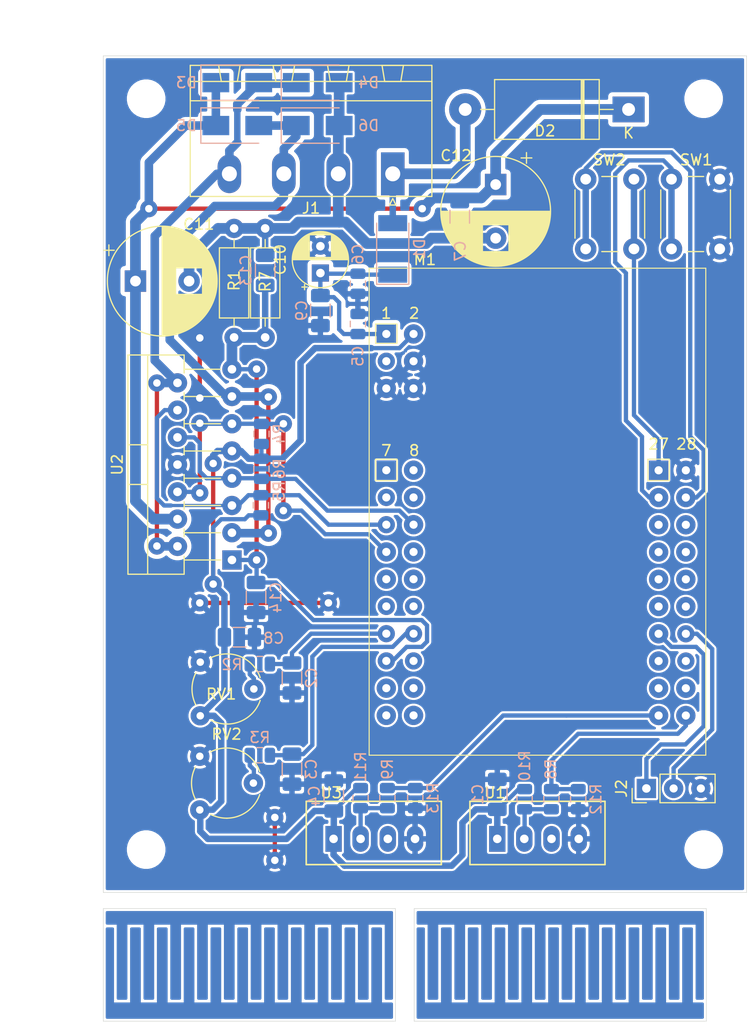
<source format=kicad_pcb>
(kicad_pcb (version 20171130) (host pcbnew "(5.1.2)-1")
  (layers (0 F.Cu signal) (31 B.Cu signal) (34 B.Paste user hide) (35 F.Paste user hide) (36 B.SilkS user hide) (37 F.SilkS user hide) (38 B.Mask user hide) (39 F.Mask user) (44 Edge.Cuts user))
  (net 0 "")
  (net 1 +5V)
  (net 2 /DHT1)
  (net 3 GND)
  (net 4 "Net-(M1-Pad15)")
  (net 5 "Net-(M1-Pad14)")
  (net 6 "Net-(M1-Pad16)")
  (net 7 "Net-(M1-Pad24)")
  (net 8 "Net-(M1-Pad23)")
  (net 9 "Net-(M1-Pad26)")
  (net 10 "Net-(M1-Pad25)")
  (net 11 "Net-(M1-Pad22)")
  (net 12 "Net-(M1-Pad18)")
  (net 13 "Net-(M1-Pad17)")
  (net 14 "Net-(M1-Pad10)")
  (net 15 "Net-(M1-Pad7)")
  (net 16 "Net-(M1-Pad8)")
  (net 17 "Net-(M1-Pad9)")
  (net 18 "Net-(M1-Pad32)")
  (net 19 "Net-(M1-Pad31)")
  (net 20 "Net-(M1-Pad33)")
  (net 21 "Net-(M1-Pad34)")
  (net 22 "Net-(M1-Pad44)")
  (net 23 "Net-(M1-Pad41)")
  (net 24 "Net-(M1-Pad42)")
  (net 25 "Net-(M1-Pad43)")
  (net 26 "Net-(M1-Pad37)")
  (net 27 "Net-(M1-Pad35)")
  (net 28 "Net-(M1-Pad38)")
  (net 29 "Net-(M1-Pad36)")
  (net 30 /12VDC)
  (net 31 "Net-(M1-Pad3)")
  (net 32 /MOTA)
  (net 33 /MOTB)
  (net 34 /DHT2)
  (net 35 /AD1)
  (net 36 /AD2)
  (net 37 /12V1)
  (net 38 "Net-(D1-Pad2)")
  (net 39 "Net-(R2-Pad2)")
  (net 40 "Net-(R3-Pad2)")
  (net 41 /ADC)
  (net 42 /GND1)
  (net 43 /L298_ENA)
  (net 44 /L298_IN1)
  (net 45 /L298_IN2)
  (net 46 "Net-(R10-Pad1)")
  (net 47 "Net-(R11-Pad1)")
  (net 48 /3VDC)
  (net 49 /BOOT)
  (net 50 /~RST)
  (net 51 /UART_TX)
  (net 52 /UART_RX)
  (module Connector_Wire:SolderWirePad_1x01_Drill0.8mm (layer F.Cu) (at 126.25 130.25)
    (fp_text reference REF** hide)
    (fp_text value SolderWirePad_1x01_Drill0.8mm hide)
    (pad 1 smd rect (at 0 0) (size 0.5 0.5) (layers B.Cu) (net 3 GND))
  )
  (module Connector_Wire:SolderWirePad_1x01_Drill0.8mm (layer F.Cu) (at 126.75 138.75)
    (fp_text reference REF** hide)
    (fp_text value SolderWirePad_1x01_Drill0.8mm hide)
    (pad 1 smd rect (at 0 0) (size 0.5 0.5) (layers B.Cu) (net 3 GND))
  )
  (module Capacitor_SMD:C_0805_2012Metric (layer B.Cu) (at 94.75 71.25 270)
    (fp_text reference C6 (at -2.75 0 270) (layer B.SilkS) (effects (justify mirror)))
    (fp_text value 0.1)
    (pad 2 smd roundrect (at 0.9375 0 270) (size 0.975 1.4) (layers B.Cu B.Paste B.Mask) (net 3 GND))
    (pad 1 smd roundrect (at -0.9375 0 270) (size 0.975 1.4) (layers B.Cu B.Paste B.Mask) (net 37 /12V1))
  )
  (module Capacitor_SMD:C_0805_2012Metric (layer B.Cu) (at 94.75 75 90)
    (fp_text reference C5 (at -3 0 90) (layer B.SilkS) (effects (justify mirror)))
    (fp_text value 0.1)
    (pad 2 smd roundrect (at 0.9375 0 90) (size 0.975 1.4) (layers B.Cu B.Paste B.Mask) (net 3 GND))
    (pad 1 smd roundrect (at -0.9375 0 90) (size 0.975 1.4) (layers B.Cu B.Paste B.Mask) (net 37 /12V1))
  )
  (module Diode_SMD:D_MELF (layer B.Cu) (at 98 68 90)
    (fp_text reference D1 (at 0 2.5 90) (layer B.SilkS) (effects (justify mirror)))
    (fp_text value D)
    (pad 1 smd rect (at -2.4 0 90) (size 1.5 2.7) (layers B.Cu B.Paste B.Mask) (net 37 /12V1))
    (pad 2 smd rect (at 2.4 0 90) (size 1.5 2.7) (layers B.Cu B.Paste B.Mask) (net 38 "Net-(D1-Pad2)"))
  )
  (module Connector_Wire:SolderWirePad_1x01_Drill0.8mm (layer F.Cu) (at 97.75 130.5)
    (fp_text reference REF** hide)
    (fp_text value SolderWirePad_1x01_Drill0.8mm hide)
    (pad 1 smd rect (at 0 0) (size 0.5 0.5) (layers B.Cu) (net 3 GND))
  )
  (module Connector_Wire:SolderWirePad_1x01_Drill0.8mm (layer F.Cu) (at 97.75 138.75)
    (fp_text reference REF** hide)
    (fp_text value SolderWirePad_1x01_Drill0.8mm hide)
    (pad 1 smd rect (at 0 0) (size 0.5 0.5) (layers B.Cu) (net 3 GND))
  )
  (module Connector_Wire:SolderWirePad_1x01_Drill0.8mm (layer F.Cu) (at 80 76.3)
    (fp_text reference REF** hide)
    (fp_text value SolderWirePad_1x01_Drill0.8mm hide)
    (pad 1 thru_hole circle (at 0 0) (size 1.6 1.6) (drill 0.7) (layers *.Cu *.Mask) (net 3 GND))
  )
  (module Connector_Wire:SolderWirePad_1x01_Drill0.8mm (layer F.Cu) (at 80 81.9)
    (fp_text reference REF** hide)
    (fp_text value SolderWirePad_1x01_Drill0.8mm hide)
    (pad 1 thru_hole circle (at 0 0) (size 1.6 1.6) (drill 0.7) (layers *.Cu *.Mask) (net 3 GND))
  )
  (module Connector_Wire:SolderWirePad_1x01_Drill0.8mm (layer F.Cu) (at 87 121)
    (fp_text reference REF** hide)
    (fp_text value SolderWirePad_1x01_Drill0.8mm hide)
    (pad 1 thru_hole circle (at 0 0) (size 1.6 1.6) (drill 0.7) (layers *.Cu *.Mask) (net 3 GND))
  )
  (module Connector_Wire:SolderWirePad_1x01_Drill0.8mm (layer F.Cu) (at 87 125)
    (fp_text reference REF** hide)
    (fp_text value SolderWirePad_1x01_Drill0.8mm hide)
    (pad 1 thru_hole circle (at 0 0) (size 1.6 1.6) (drill 0.7) (layers *.Cu *.Mask) (net 3 GND))
  )
  (module Connector_Wire:SolderWirePad_1x01_Drill0.8mm (layer F.Cu) (at 92 101)
    (fp_text reference REF** hide)
    (fp_text value SolderWirePad_1x01_Drill0.8mm hide)
    (pad 1 thru_hole circle (at 0 0) (size 1.6 1.6) (drill 0.7) (layers *.Cu *.Mask) (net 3 GND))
  )
  (module MountingHole:MountingHole_3.2mm_M3 (layer F.Cu) (at 75 124)
    (fp_text reference REF** hide)
    (fp_text value MountingHole_3.2mm_M3 hide)
    (pad 1 np_thru_hole circle (at 0 0) (size 3.2 3.2) (drill 3.2) (layers *.Cu *.Mask))
  )
  (module MountingHole:MountingHole_3.2mm_M3 (layer F.Cu) (at 127 124)
    (fp_text reference REF** hide)
    (fp_text value MountingHole_3.2mm_M3 hide)
    (pad 1 np_thru_hole circle (at 0 0) (size 3.2 3.2) (drill 3.2) (layers *.Cu *.Mask))
  )
  (module MountingHole:MountingHole_3.2mm_M3 (layer F.Cu) (at 127 54)
    (fp_text reference REF** hide)
    (fp_text value MountingHole_3.2mm_M3 hide)
    (pad 1 np_thru_hole circle (at 0 0) (size 3.2 3.2) (drill 3.2) (layers *.Cu *.Mask))
  )
  (module dth11:DHT11 (layer F.Cu) (at 109 123)
    (fp_text reference U1 (at -1.47 -4.3) (layer F.SilkS))
    (fp_text value DHT11 hide)
    (pad 4 thru_hole oval (at 6.35 0) (size 1.524 2.4) (drill 0.8) (layers *.Cu *.Mask) (net 3 GND))
    (pad 3 thru_hole oval (at 3.81 0) (size 1.524 2.4) (drill 0.8) (layers *.Cu *.Mask))
    (pad 2 thru_hole oval (at 1.27 0) (size 1.524 2.4) (drill 0.8) (layers *.Cu *.Mask) (net 46 "Net-(R10-Pad1)"))
    (pad 1 thru_hole rect (at -1.25 0) (size 1.524 2.4) (drill 0.8) (layers *.Cu *.Mask) (net 1 +5V))
  )
  (module unicon:unicon (layer F.Cu) (at 96 115)
    (fp_text reference M1 (at 5 -46) (layer F.SilkS))
    (fp_text value UniCon)
    (fp_text user 1 (at 1.4 -41) (layer F.SilkS))
    (fp_text user 2 (at 4 -41) (layer F.SilkS))
    (fp_text user 7 (at 1.4 -28.2) (layer F.SilkS))
    (fp_text user 8 (at 4 -28.2) (layer F.SilkS))
    (fp_text user 27 (at 26.8 -28.8) (layer F.SilkS))
    (fp_text user 28 (at 29.4 -28.8) (layer F.SilkS))
    (pad 15 thru_hole circle (at 1.4 -16.21) (size 1.8 1.8) (drill 0.762) (layers *.Cu *.Mask) (net 4 "Net-(M1-Pad15)"))
    (pad 13 thru_hole circle (at 1.4 -18.75) (size 1.8 1.8) (drill 0.762) (layers *.Cu *.Mask) (net 43 /L298_ENA))
    (pad 14 thru_hole circle (at 3.94 -18.75) (size 1.8 1.8) (drill 0.762) (layers *.Cu *.Mask) (net 5 "Net-(M1-Pad14)"))
    (pad 16 thru_hole circle (at 3.94 -16.21) (size 1.8 1.8) (drill 0.762) (layers *.Cu *.Mask) (net 6 "Net-(M1-Pad16)"))
    (pad 24 thru_hole circle (at 3.94 -6.05) (size 1.8 1.8) (drill 0.762) (layers *.Cu *.Mask) (net 7 "Net-(M1-Pad24)"))
    (pad 23 thru_hole circle (at 1.4 -6.05) (size 1.8 1.8) (drill 0.762) (layers *.Cu *.Mask) (net 8 "Net-(M1-Pad23)"))
    (pad 26 thru_hole circle (at 3.94 -3.51) (size 1.8 1.8) (drill 0.762) (layers *.Cu *.Mask) (net 9 "Net-(M1-Pad26)"))
    (pad 25 thru_hole circle (at 1.4 -3.51) (size 1.8 1.8) (drill 0.762) (layers *.Cu *.Mask) (net 10 "Net-(M1-Pad25)"))
    (pad 20 thru_hole circle (at 3.94 -11.13) (size 1.6 1.6) (drill 0.762) (layers *.Cu *.Mask) (net 36 /AD2))
    (pad 22 thru_hole circle (at 3.94 -8.59) (size 1.6 1.6) (drill 0.762) (layers *.Cu *.Mask) (net 11 "Net-(M1-Pad22)"))
    (pad 21 thru_hole circle (at 1.4 -8.59) (size 1.6 1.6) (drill 0.762) (layers *.Cu *.Mask) (net 41 /ADC))
    (pad 19 thru_hole circle (at 1.4 -11.13) (size 1.6 1.6) (drill 0.762) (layers *.Cu *.Mask) (net 35 /AD1))
    (pad 18 thru_hole circle (at 3.94 -13.67) (size 1.6 1.6) (drill 0.762) (layers *.Cu *.Mask) (net 12 "Net-(M1-Pad18)"))
    (pad 17 thru_hole circle (at 1.4 -13.67) (size 1.6 1.6) (drill 0.762) (layers *.Cu *.Mask) (net 13 "Net-(M1-Pad17)"))
    (pad 10 thru_hole circle (at 3.94 -23.83) (size 1.8 1.8) (drill 0.762) (layers *.Cu *.Mask) (net 14 "Net-(M1-Pad10)"))
    (pad 11 thru_hole circle (at 1.4 -21.29) (size 1.6 1.6) (drill 0.762) (layers *.Cu *.Mask) (net 44 /L298_IN1))
    (pad 12 thru_hole circle (at 3.94 -21.29) (size 1.8 1.8) (drill 0.762) (layers *.Cu *.Mask) (net 45 /L298_IN2))
    (pad 7 thru_hole rect (at 1.4 -26.37) (size 1.8 1.8) (drill 0.762) (layers *.Cu *.Mask) (net 15 "Net-(M1-Pad7)"))
    (pad 8 thru_hole circle (at 3.94 -26.37) (size 1.8 1.8) (drill 0.762) (layers *.Cu *.Mask) (net 16 "Net-(M1-Pad8)"))
    (pad 9 thru_hole circle (at 1.4 -23.83) (size 1.6 1.6) (drill 0.762) (layers *.Cu *.Mask) (net 17 "Net-(M1-Pad9)"))
    (pad 32 thru_hole circle (at 29.34 -21.28) (size 1.8 1.8) (drill 0.762) (layers *.Cu *.Mask) (net 18 "Net-(M1-Pad32)"))
    (pad 31 thru_hole circle (at 26.8 -21.28) (size 1.8 1.8) (drill 0.762) (layers *.Cu *.Mask) (net 19 "Net-(M1-Pad31)"))
    (pad 27 thru_hole rect (at 26.8 -26.36) (size 1.8 1.8) (drill 0.762) (layers *.Cu *.Mask) (net 48 /3VDC))
    (pad 28 thru_hole circle (at 29.34 -26.36) (size 1.8 1.8) (drill 0.762) (layers *.Cu *.Mask) (net 3 GND))
    (pad 30 thru_hole circle (at 29.34 -23.82) (size 1.8 1.8) (drill 0.762) (layers *.Cu *.Mask) (net 49 /BOOT))
    (pad 29 thru_hole circle (at 26.8 -23.82) (size 1.8 1.8) (drill 0.762) (layers *.Cu *.Mask) (net 50 /~RST))
    (pad 33 thru_hole circle (at 26.8 -18.74) (size 1.8 1.8) (drill 0.762) (layers *.Cu *.Mask) (net 20 "Net-(M1-Pad33)"))
    (pad 34 thru_hole circle (at 29.34 -18.74) (size 1.8 1.8) (drill 0.762) (layers *.Cu *.Mask) (net 21 "Net-(M1-Pad34)"))
    (pad 44 thru_hole circle (at 29.34 -6.04) (size 1.8 1.8) (drill 0.762) (layers *.Cu *.Mask) (net 22 "Net-(M1-Pad44)"))
    (pad 41 thru_hole circle (at 26.8 -8.58) (size 1.8 1.8) (drill 0.762) (layers *.Cu *.Mask) (net 23 "Net-(M1-Pad41)"))
    (pad 42 thru_hole circle (at 29.34 -8.58) (size 1.6 1.6) (drill 0.762) (layers *.Cu *.Mask) (net 24 "Net-(M1-Pad42)"))
    (pad 43 thru_hole circle (at 26.8 -6.04) (size 1.8 1.8) (drill 0.762) (layers *.Cu *.Mask) (net 25 "Net-(M1-Pad43)"))
    (pad 45 thru_hole circle (at 26.8 -3.5) (size 1.8 1.8) (drill 0.762) (layers *.Cu *.Mask) (net 2 /DHT1))
    (pad 46 thru_hole circle (at 29.34 -3.5) (size 1.8 1.8) (drill 0.762) (layers *.Cu *.Mask) (net 34 /DHT2))
    (pad 39 thru_hole circle (at 26.8 -11.12) (size 1.8 1.8) (drill 0.762) (layers *.Cu *.Mask) (net 51 /UART_TX))
    (pad 37 thru_hole circle (at 26.8 -13.66) (size 1.8 1.8) (drill 0.762) (layers *.Cu *.Mask) (net 26 "Net-(M1-Pad37)"))
    (pad 35 thru_hole circle (at 26.8 -16.2) (size 1.8 1.8) (drill 0.762) (layers *.Cu *.Mask) (net 27 "Net-(M1-Pad35)"))
    (pad 38 thru_hole circle (at 29.34 -13.66) (size 1.8 1.8) (drill 0.762) (layers *.Cu *.Mask) (net 28 "Net-(M1-Pad38)"))
    (pad 36 thru_hole circle (at 29.34 -16.2) (size 1.8 1.8) (drill 0.762) (layers *.Cu *.Mask) (net 29 "Net-(M1-Pad36)"))
    (pad 40 thru_hole circle (at 29.34 -11.12) (size 1.6 1.6) (drill 0.762) (layers *.Cu *.Mask) (net 52 /UART_RX))
    (pad 1 thru_hole rect (at 1.4 -39.07) (size 1.8 1.8) (drill 0.762) (layers *.Cu *.Mask) (net 37 /12V1))
    (pad 6 thru_hole circle (at 3.94 -33.99) (size 1.8 1.8) (drill 0.762) (layers *.Cu *.Mask) (net 3 GND))
    (pad 5 thru_hole circle (at 1.4 -33.99) (size 1.8 1.8) (drill 0.762) (layers *.Cu *.Mask) (net 3 GND))
    (pad 3 thru_hole circle (at 1.4 -36.53) (size 1.6 1.6) (drill 0.762) (layers *.Cu *.Mask) (net 31 "Net-(M1-Pad3)"))
    (pad 2 thru_hole circle (at 3.94 -39.07) (size 1.8 1.8) (drill 0.762) (layers *.Cu *.Mask) (net 1 +5V))
    (pad 4 thru_hole circle (at 3.94 -36.53) (size 1.8 1.8) (drill 0.762) (layers *.Cu *.Mask) (net 3 GND))
  )
  (module Package_TO_SOT_THT:TO-220-15_P2.54x2.54mm_StaggerOdd_Lead4.58mm_Vertical (layer F.Cu) (at 83 97 90)
    (fp_text reference U2 (at 8.89 -10.7 90) (layer F.SilkS))
    (fp_text value L298HN)
    (pad 1 thru_hole rect (at 0 0 90) (size 1.8 1.8) (drill 0.8) (layers *.Cu *.Mask) (net 41 /ADC))
    (pad 2 thru_hole circle (at 1.27 -5.08 90) (size 1.8 1.8) (drill 0.8) (layers *.Cu *.Mask) (net 32 /MOTA))
    (pad 3 thru_hole circle (at 2.54 0 90) (size 1.8 1.8) (drill 0.8) (layers *.Cu *.Mask) (net 33 /MOTB))
    (pad 4 thru_hole circle (at 3.81 -5.08 90) (size 1.8 1.8) (drill 0.8) (layers *.Cu *.Mask) (net 30 /12VDC))
    (pad 5 thru_hole circle (at 5.08 0 90) (size 1.8 1.8) (drill 0.8) (layers *.Cu *.Mask) (net 44 /L298_IN1))
    (pad 6 thru_hole circle (at 6.35 -5.08 90) (size 1.8 1.8) (drill 0.8) (layers *.Cu *.Mask) (net 43 /L298_ENA))
    (pad 7 thru_hole circle (at 7.62 0 90) (size 1.8 1.8) (drill 0.8) (layers *.Cu *.Mask) (net 45 /L298_IN2))
    (pad 8 thru_hole circle (at 8.89 -5.08 90) (size 1.8 1.8) (drill 0.8) (layers *.Cu *.Mask) (net 3 GND))
    (pad 9 thru_hole circle (at 10.16 0 90) (size 1.8 1.8) (drill 0.8) (layers *.Cu *.Mask) (net 1 +5V))
    (pad 10 thru_hole circle (at 11.43 -5.08 90) (size 1.8 1.8) (drill 0.8) (layers *.Cu *.Mask) (net 45 /L298_IN2))
    (pad 11 thru_hole circle (at 12.7 0 90) (size 1.8 1.8) (drill 0.8) (layers *.Cu *.Mask) (net 43 /L298_ENA))
    (pad 12 thru_hole circle (at 13.97 -5.08 90) (size 1.8 1.8) (drill 0.8) (layers *.Cu *.Mask) (net 44 /L298_IN1))
    (pad 13 thru_hole circle (at 15.24 0 90) (size 1.8 1.8) (drill 0.8) (layers *.Cu *.Mask) (net 33 /MOTB))
    (pad 14 thru_hole circle (at 16.51 -5.08 90) (size 1.8 1.8) (drill 0.8) (layers *.Cu *.Mask) (net 32 /MOTA))
    (pad 15 thru_hole circle (at 17.78 0 90) (size 1.8 1.8) (drill 0.8) (layers *.Cu *.Mask) (net 41 /ADC))
  )
  (module dth11:DHT11 (layer F.Cu) (at 93.73 123)
    (fp_text reference U3 (at -1.47 -4.3) (layer F.SilkS))
    (fp_text value DHT11 hide)
    (pad 1 thru_hole rect (at -1.25 0) (size 1.524 2.4) (drill 0.8) (layers *.Cu *.Mask) (net 1 +5V))
    (pad 2 thru_hole oval (at 1.27 0) (size 1.524 2.4) (drill 0.8) (layers *.Cu *.Mask) (net 47 "Net-(R11-Pad1)"))
    (pad 3 thru_hole oval (at 3.81 0) (size 1.524 2.4) (drill 0.8) (layers *.Cu *.Mask))
    (pad 4 thru_hole oval (at 6.35 0) (size 1.524 2.4) (drill 0.8) (layers *.Cu *.Mask) (net 3 GND))
  )
  (module Capacitor_SMD:C_1206_3216Metric (layer B.Cu) (at 107.75 118.85 270)
    (fp_text reference C1 (at 0 1.82 270) (layer B.SilkS) (effects (justify mirror)))
    (fp_text value 0.1)
    (pad 2 smd roundrect (at 1.4 0 270) (size 1.25 1.75) (layers B.Cu B.Paste B.Mask) (roundrect_rratio 0.2) (net 1 +5V))
    (pad 1 smd roundrect (at -1.4 0 270) (size 1.25 1.75) (layers B.Cu B.Paste B.Mask) (roundrect_rratio 0.2) (net 3 GND))
  )
  (module Capacitor_SMD:C_1206_3216Metric (layer B.Cu) (at 88.6 108 90)
    (fp_text reference C2 (at 0 1.82 90) (layer B.SilkS) (effects (justify mirror)))
    (fp_text value 0.1)
    (pad 2 smd roundrect (at 1.4 0 90) (size 1.25 1.75) (layers B.Cu B.Paste B.Mask) (roundrect_rratio 0.2) (net 35 /AD1))
    (pad 1 smd roundrect (at -1.4 0 90) (size 1.25 1.75) (layers B.Cu B.Paste B.Mask) (roundrect_rratio 0.2) (net 3 GND))
  )
  (module Capacitor_SMD:C_1206_3216Metric (layer B.Cu) (at 88.6 116.5 90)
    (fp_text reference C3 (at 0 1.8 90) (layer B.SilkS) (effects (justify mirror)))
    (fp_text value 0.1)
    (pad 1 smd roundrect (at -1.4 0 90) (size 1.25 1.75) (layers B.Cu B.Paste B.Mask) (roundrect_rratio 0.2) (net 3 GND))
    (pad 2 smd roundrect (at 1.4 0 90) (size 1.25 1.75) (layers B.Cu B.Paste B.Mask) (roundrect_rratio 0.2) (net 36 /AD2))
  )
  (module Capacitor_SMD:C_1206_3216Metric (layer B.Cu) (at 92.5 119 270)
    (fp_text reference C4 (at 0 1.82 270) (layer B.SilkS) (effects (justify mirror)))
    (fp_text value 0.1)
    (pad 1 smd roundrect (at -1.4 0 270) (size 1.25 1.75) (layers B.Cu B.Paste B.Mask) (roundrect_rratio 0.2) (net 3 GND))
    (pad 2 smd roundrect (at 1.4 0 270) (size 1.25 1.75) (layers B.Cu B.Paste B.Mask) (roundrect_rratio 0.2) (net 1 +5V))
  )
  (module Capacitor_SMD:C_1206_3216Metric (layer B.Cu) (at 104.25 65 270)
    (fp_text reference C7 (at 3.2 -0.05 270) (layer B.SilkS) (effects (justify mirror)))
    (fp_text value 1.0)
    (pad 1 smd roundrect (at -1.4 0 270) (size 1.25 1.75) (layers B.Cu B.Paste B.Mask) (roundrect_rratio 0.2) (net 30 /12VDC))
    (pad 2 smd roundrect (at 1.4 0 270) (size 1.25 1.75) (layers B.Cu B.Paste B.Mask) (roundrect_rratio 0.2) (net 42 /GND1))
  )
  (module Capacitor_SMD:C_1206_3216Metric (layer B.Cu) (at 83.7 104.2)
    (fp_text reference C8 (at 3.2 0.1) (layer B.SilkS) (effects (justify mirror)))
    (fp_text value 0.1)
    (pad 2 smd roundrect (at 1.4 0) (size 1.25 1.75) (layers B.Cu B.Paste B.Mask) (roundrect_rratio 0.2) (net 3 GND))
    (pad 1 smd roundrect (at -1.4 0) (size 1.25 1.75) (layers B.Cu B.Paste B.Mask) (roundrect_rratio 0.2) (net 1 +5V))
  )
  (module Capacitor_SMD:C_1206_3216Metric (layer B.Cu) (at 91.25 73.75 270)
    (fp_text reference C9 (at 0 1.75 270) (layer B.SilkS) (effects (justify mirror)))
    (fp_text value 1.0)
    (pad 1 smd roundrect (at -1.4 0 270) (size 1.25 1.75) (layers B.Cu B.Paste B.Mask) (roundrect_rratio 0.2) (net 37 /12V1))
    (pad 2 smd roundrect (at 1.4 0 270) (size 1.25 1.75) (layers B.Cu B.Paste B.Mask) (roundrect_rratio 0.2) (net 3 GND))
  )
  (module Capacitor_THT:CP_Radial_D5.0mm_P2.50mm (layer F.Cu) (at 91.25 70.25 90)
    (fp_text reference C10 (at 1.25 -3.75 90) (layer F.SilkS))
    (fp_text value CP hide)
    (pad 1 thru_hole rect (at 0 0 90) (size 1.6 1.6) (drill 0.8) (layers *.Cu *.Mask) (net 37 /12V1))
    (pad 2 thru_hole circle (at 2.5 0 90) (size 1.6 1.6) (drill 0.8) (layers *.Cu *.Mask) (net 3 GND))
  )
  (module Diode_THT:D_DO-27_P15.24mm_Horizontal (layer F.Cu) (at 120 55 180)
    (fp_text reference D2 (at 7.8 -2 180) (layer F.SilkS))
    (fp_text value D hide)
    (fp_text user K (at 0 -2.2 180) (layer F.SilkS))
    (pad 1 thru_hole rect (at 0 0 180) (size 3 2.4) (drill 1.2) (layers *.Cu *.Mask) (net 30 /12VDC))
    (pad 2 thru_hole circle (at 15.24 0 180) (size 3 3) (drill 1.2) (layers *.Cu *.Mask) (net 38 "Net-(D1-Pad2)"))
  )
  (module Resistor_SMD:R_0805_2012Metric (layer B.Cu) (at 85.6 106.7 180)
    (fp_text reference R2 (at 2.6 -0.05 180) (layer B.SilkS) (effects (justify mirror)))
    (fp_text value 10k)
    (pad 2 smd roundrect (at 0.9375 0 180) (size 0.975 1.4) (layers B.Cu B.Paste B.Mask) (net 39 "Net-(R2-Pad2)"))
    (pad 1 smd roundrect (at -0.9375 0 180) (size 0.975 1.4) (layers B.Cu B.Paste B.Mask) (net 35 /AD1))
  )
  (module Resistor_SMD:R_0805_2012Metric (layer B.Cu) (at 85.6 115.2 180)
    (fp_text reference R3 (at 0 1.65 180) (layer B.SilkS) (effects (justify mirror)))
    (fp_text value 10k)
    (pad 1 smd roundrect (at -0.9375 0 180) (size 0.975 1.4) (layers B.Cu B.Paste B.Mask) (net 36 /AD2))
    (pad 2 smd roundrect (at 0.9375 0 180) (size 0.975 1.4) (layers B.Cu B.Paste B.Mask) (net 40 "Net-(R3-Pad2)"))
  )
  (module Resistor_SMD:R_0805_2012Metric (layer B.Cu) (at 85.75 85.25 90)
    (fp_text reference R4 (at 0 1.65 90) (layer B.SilkS) (effects (justify mirror)))
    (fp_text value 10k)
    (pad 1 smd roundrect (at -0.9375 0 90) (size 0.975 1.4) (layers B.Cu B.Paste B.Mask) (net 1 +5V))
    (pad 2 smd roundrect (at 0.9375 0 90) (size 0.975 1.4) (layers B.Cu B.Paste B.Mask) (net 43 /L298_ENA))
  )
  (module Resistor_SMD:R_0805_2012Metric (layer B.Cu) (at 85.7 91.9 90)
    (fp_text reference R5 (at 1.3 1.7 90) (layer B.SilkS) (effects (justify mirror)))
    (fp_text value 10k)
    (pad 2 smd roundrect (at 0.9375 0 90) (size 0.975 1.4) (layers B.Cu B.Paste B.Mask) (net 44 /L298_IN1))
    (pad 1 smd roundrect (at -0.9375 0 90) (size 0.975 1.4) (layers B.Cu B.Paste B.Mask) (net 1 +5V))
  )
  (module Resistor_SMD:R_0805_2012Metric (layer B.Cu) (at 85.75 88.5 270)
    (fp_text reference R6 (at 0 -1.65 270) (layer B.SilkS) (effects (justify mirror)))
    (fp_text value 10k)
    (pad 1 smd roundrect (at -0.9375 0 270) (size 0.975 1.4) (layers B.Cu B.Paste B.Mask) (net 1 +5V))
    (pad 2 smd roundrect (at 0.9375 0 270) (size 0.975 1.4) (layers B.Cu B.Paste B.Mask) (net 45 /L298_IN2))
  )
  (module Capacitor_THT:CP_Radial_D10.0mm_P5.00mm (layer F.Cu) (at 74 71)
    (fp_text reference C11 (at 5.9 -5.3 180) (layer F.SilkS))
    (fp_text value 1000x16V hide)
    (pad 2 thru_hole circle (at 5 0) (size 2 2) (drill 1) (layers *.Cu *.Mask) (net 42 /GND1))
    (pad 1 thru_hole rect (at 0 0) (size 2 2) (drill 1) (layers *.Cu *.Mask) (net 30 /12VDC))
  )
  (module Capacitor_THT:CP_Radial_D10.0mm_P5.00mm (layer F.Cu) (at 107.6 62 270)
    (fp_text reference C12 (at -2.7 3.7) (layer F.SilkS))
    (fp_text value 1000x16V hide)
    (pad 1 thru_hole rect (at 0 0 270) (size 2 2) (drill 1) (layers *.Cu *.Mask) (net 30 /12VDC))
    (pad 2 thru_hole circle (at 5 0 270) (size 2 2) (drill 1) (layers *.Cu *.Mask) (net 42 /GND1))
  )
  (module Potentiometer_THT:Potentiometer_Piher_PT-6-V_Vertical (layer F.Cu) (at 80.045001 111.525001)
    (fp_text reference RV1 (at 1.954999 -2.025001) (layer F.SilkS))
    (fp_text value 5k hide)
    (pad 1 thru_hole circle (at 0 0) (size 1.8 1.8) (drill 0.7) (layers *.Cu *.Mask) (net 1 +5V))
    (pad 2 thru_hole circle (at 5 -2.5) (size 1.8 1.8) (drill 0.7) (layers *.Cu *.Mask) (net 39 "Net-(R2-Pad2)"))
    (pad 3 thru_hole circle (at 0 -5) (size 1.8 1.8) (drill 0.7) (layers *.Cu *.Mask) (net 3 GND))
  )
  (module Capacitor_SMD:C_1206_3216Metric (layer B.Cu) (at 86.1 70 90)
    (fp_text reference C13 (at 0 -1.8 90) (layer B.SilkS) (effects (justify mirror)))
    (fp_text value 0.1)
    (pad 1 smd roundrect (at -1.4 0 90) (size 1.25 1.75) (layers B.Cu B.Paste B.Mask) (roundrect_rratio 0.2) (net 41 /ADC))
    (pad 2 smd roundrect (at 1.4 0 90) (size 1.25 1.75) (layers B.Cu B.Paste B.Mask) (roundrect_rratio 0.2) (net 42 /GND1))
  )
  (module Connector_Phoenix_MSTB:PhoenixContact_MSTBA_2,5_4-G-5,08_1x04_P5.08mm_Horizontal (layer F.Cu) (at 98 61 180)
    (fp_text reference J1 (at 7.62 -3.2 180) (layer F.SilkS))
    (fp_text value POWER)
    (pad 1 thru_hole rect (at 0 0 180) (size 2.2 4) (drill 1.4) (layers *.Cu *.Mask) (net 38 "Net-(D1-Pad2)"))
    (pad 2 thru_hole oval (at 5.08 0 180) (size 2.2 4) (drill 1.4) (layers *.Cu *.Mask) (net 42 /GND1))
    (pad 3 thru_hole oval (at 10.16 0 180) (size 2.2 4) (drill 1.4) (layers *.Cu *.Mask) (net 33 /MOTB))
    (pad 4 thru_hole oval (at 15.24 0 180) (size 2.2 3.6) (drill 1.4) (layers *.Cu *.Mask) (net 32 /MOTA))
  )
  (module Resistor_THT:R_Axial_DIN0207_L6.3mm_D2.5mm_P10.16mm_Horizontal (layer F.Cu) (at 83.2 76.25 90)
    (fp_text reference R1 (at 5.3 0 90) (layer F.SilkS))
    (fp_text value 1R0 hide)
    (pad 1 thru_hole circle (at 0 0 90) (size 1.8 1.8) (drill 0.8) (layers *.Cu *.Mask) (net 41 /ADC))
    (pad 2 thru_hole circle (at 10.16 0 90) (size 1.8 1.8) (drill 0.8) (layers *.Cu *.Mask) (net 42 /GND1))
  )
  (module Resistor_THT:R_Axial_DIN0207_L6.3mm_D2.5mm_P10.16mm_Horizontal (layer F.Cu) (at 86.1 76.25 90)
    (fp_text reference R7 (at 5.2 0 90) (layer F.SilkS))
    (fp_text value 1R0 hide)
    (pad 2 thru_hole circle (at 10.16 0 90) (size 1.8 1.8) (drill 0.8) (layers *.Cu *.Mask) (net 42 /GND1))
    (pad 1 thru_hole circle (at 0 0 90) (size 1.8 1.8) (drill 0.8) (layers *.Cu *.Mask) (net 41 /ADC))
  )
  (module Capacitor_SMD:C_1206_3216Metric (layer B.Cu) (at 85.25 100.5 270)
    (fp_text reference C14 (at 0 -1.85 270) (layer B.SilkS) (effects (justify mirror)))
    (fp_text value 0.1)
    (pad 1 smd roundrect (at -1.4 0 270) (size 1.25 1.75) (layers B.Cu B.Paste B.Mask) (roundrect_rratio 0.2) (net 41 /ADC))
    (pad 2 smd roundrect (at 1.4 0 270) (size 1.25 1.75) (layers B.Cu B.Paste B.Mask) (roundrect_rratio 0.2) (net 3 GND))
  )
  (module MountingHole:MountingHole_3.2mm_M3 (layer F.Cu) (at 75 54)
    (fp_text reference REF** hide)
    (fp_text value MountingHole_3.2mm_M3 hide)
    (pad 1 np_thru_hole circle (at 0 0) (size 3.2 3.2) (drill 3.2) (layers *.Cu *.Mask))
  )
  (module Resistor_SMD:R_0805_2012Metric (layer B.Cu) (at 112.8 119.3 270)
    (fp_text reference R8 (at -2.8 0.05 270) (layer B.SilkS) (effects (justify mirror)))
    (fp_text value 47R)
    (pad 2 smd roundrect (at 0.9375 0 270) (size 0.975 1.4) (layers B.Cu B.Paste B.Mask) (net 46 "Net-(R10-Pad1)"))
    (pad 1 smd roundrect (at -0.9375 0 270) (size 0.975 1.4) (layers B.Cu B.Paste B.Mask) (net 34 /DHT2))
  )
  (module Resistor_SMD:R_0805_2012Metric (layer B.Cu) (at 97.5 119.2 270)
    (fp_text reference R9 (at -2.7 0 270) (layer B.SilkS) (effects (justify mirror)))
    (fp_text value 47R)
    (pad 1 smd roundrect (at -0.9375 0 270) (size 0.975 1.4) (layers B.Cu B.Paste B.Mask) (net 2 /DHT1))
    (pad 2 smd roundrect (at 0.9375 0 270) (size 0.975 1.4) (layers B.Cu B.Paste B.Mask) (net 47 "Net-(R11-Pad1)"))
  )
  (module Resistor_SMD:R_0805_2012Metric (layer B.Cu) (at 110.3 119.3 90)
    (fp_text reference R10 (at 3.1 0 90) (layer B.SilkS) (effects (justify mirror)))
    (fp_text value 4,7k)
    (pad 2 smd roundrect (at 0.9375 0 90) (size 0.975 1.4) (layers B.Cu B.Paste B.Mask) (net 1 +5V))
    (pad 1 smd roundrect (at -0.9375 0 90) (size 0.975 1.4) (layers B.Cu B.Paste B.Mask) (net 46 "Net-(R10-Pad1)"))
  )
  (module Resistor_SMD:R_0805_2012Metric (layer B.Cu) (at 95 119.2 90)
    (fp_text reference R11 (at 2.9 0 90) (layer B.SilkS) (effects (justify mirror)))
    (fp_text value 4,7k)
    (pad 1 smd roundrect (at -0.9375 0 90) (size 0.975 1.4) (layers B.Cu B.Paste B.Mask) (net 47 "Net-(R11-Pad1)"))
    (pad 2 smd roundrect (at 0.9375 0 90) (size 0.975 1.4) (layers B.Cu B.Paste B.Mask) (net 1 +5V))
  )
  (module Connector_Wire:SolderWirePad_1x01_Drill0.8mm (layer F.Cu) (at 80 101)
    (fp_text reference REF** hide)
    (fp_text value SolderWirePad_1x01_Drill0.8mm hide)
    (pad 1 thru_hole circle (at 0 0) (size 1.6 1.6) (drill 0.7) (layers *.Cu *.Mask) (net 3 GND))
  )
  (module Button_Switch_THT:SW_PUSH_6mm_H5mm (layer F.Cu) (at 124 68 90)
    (fp_text reference SW1 (at 8.3 2.3 180) (layer F.SilkS))
    (fp_text value RESET)
    (pad 1 thru_hole circle (at 6.5 0 180) (size 2 2) (drill 1) (layers *.Cu *.Mask) (net 50 /~RST))
    (pad 2 thru_hole circle (at 6.5 4.5 180) (size 2 2) (drill 1) (layers *.Cu *.Mask) (net 3 GND))
    (pad 1 thru_hole circle (at 0 0 180) (size 2 2) (drill 1) (layers *.Cu *.Mask) (net 50 /~RST))
    (pad 2 thru_hole circle (at 0 4.5 180) (size 2 2) (drill 1) (layers *.Cu *.Mask) (net 3 GND))
  )
  (module Button_Switch_THT:SW_PUSH_6mm_H5mm (layer F.Cu) (at 116 68 90)
    (fp_text reference SW2 (at 8.3 2.2) (layer F.SilkS))
    (fp_text value BOOT)
    (pad 2 thru_hole circle (at 0 4.5 180) (size 2 2) (drill 1) (layers *.Cu *.Mask) (net 48 /3VDC))
    (pad 1 thru_hole circle (at 0 0 180) (size 2 2) (drill 1) (layers *.Cu *.Mask) (net 49 /BOOT))
    (pad 2 thru_hole circle (at 6.5 4.5 180) (size 2 2) (drill 1) (layers *.Cu *.Mask) (net 48 /3VDC))
    (pad 1 thru_hole circle (at 6.5 0 180) (size 2 2) (drill 1) (layers *.Cu *.Mask) (net 49 /BOOT))
  )
  (module Connector_PinHeader_2.54mm:PinHeader_1x03_P2.54mm_Vertical (layer F.Cu) (at 121.66 118.3 90)
    (fp_text reference J2 (at 0 -2.33 90) (layer F.SilkS))
    (fp_text value UART)
    (pad 1 thru_hole rect (at 0 0 90) (size 1.8 1.8) (drill 0.8) (layers *.Cu *.Mask) (net 51 /UART_TX))
    (pad 2 thru_hole circle (at 0 2.54 90) (size 1.8 1.8) (drill 0.762) (layers *.Cu *.Mask) (net 52 /UART_RX))
    (pad 3 thru_hole circle (at 0 5.08 90) (size 1.8 1.8) (drill 0.762) (layers *.Cu *.Mask) (net 3 GND))
  )
  (module Potentiometer_THT:Potentiometer_Piher_PT-6-V_Vertical (layer F.Cu) (at 80 120.3)
    (fp_text reference RV2 (at 2.5 -7.06) (layer F.SilkS))
    (fp_text value 5k hide)
    (pad 3 thru_hole circle (at 0 -5) (size 1.8 1.8) (drill 0.7) (layers *.Cu *.Mask) (net 3 GND))
    (pad 2 thru_hole circle (at 5 -2.5) (size 1.8 1.8) (drill 0.7) (layers *.Cu *.Mask) (net 40 "Net-(R3-Pad2)"))
    (pad 1 thru_hole circle (at 0 0) (size 1.8 1.8) (drill 0.7) (layers *.Cu *.Mask) (net 1 +5V))
  )
  (module Diode_SMD:D_SMA (layer B.Cu) (at 83.5 52.5)
    (fp_text reference D3 (at -4.75 0) (layer B.SilkS) (effects (justify mirror)))
    (fp_text value D)
    (pad 2 smd rect (at 2 0) (size 2.5 1.8) (layers B.Cu B.Paste B.Mask) (net 32 /MOTA))
    (pad 1 smd rect (at -2 0) (size 2.5 1.8) (layers B.Cu B.Paste B.Mask) (net 30 /12VDC))
  )
  (module Diode_SMD:D_SMA (layer B.Cu) (at 91 52.5)
    (fp_text reference D4 (at 4.75 0) (layer B.SilkS) (effects (justify mirror)))
    (fp_text value D)
    (pad 1 smd rect (at -2 0) (size 2.5 1.8) (layers B.Cu B.Paste B.Mask) (net 32 /MOTA))
    (pad 2 smd rect (at 2 0) (size 2.5 1.8) (layers B.Cu B.Paste B.Mask) (net 42 /GND1))
  )
  (module Diode_SMD:D_SMA (layer B.Cu) (at 83.5 56.5)
    (fp_text reference D5 (at -4.75 0) (layer B.SilkS) (effects (justify mirror)))
    (fp_text value D)
    (pad 2 smd rect (at 2 0) (size 2.5 1.8) (layers B.Cu B.Paste B.Mask) (net 33 /MOTB))
    (pad 1 smd rect (at -2 0) (size 2.5 1.8) (layers B.Cu B.Paste B.Mask) (net 30 /12VDC))
  )
  (module Diode_SMD:D_SMA (layer B.Cu) (at 91 56.5)
    (fp_text reference D6 (at 4.75 0) (layer B.SilkS) (effects (justify mirror)))
    (fp_text value D)
    (pad 1 smd rect (at -2 0) (size 2.5 1.8) (layers B.Cu B.Paste B.Mask) (net 33 /MOTB))
    (pad 2 smd rect (at 2 0) (size 2.5 1.8) (layers B.Cu B.Paste B.Mask) (net 42 /GND1))
  )
  (module Resistor_SMD:R_0805_2012Metric (layer B.Cu) (at 115.3 119.3 90)
    (fp_text reference R12 (at 0 1.65 90) (layer B.SilkS) (effects (justify mirror)))
    (fp_text value 4,7k)
    (pad 1 smd roundrect (at -0.9375 0 90) (size 0.975 1.4) (layers B.Cu B.Paste B.Mask) (net 3 GND))
    (pad 2 smd roundrect (at 0.9375 0 90) (size 0.975 1.4) (layers B.Cu B.Paste B.Mask) (net 34 /DHT2))
  )
  (module Resistor_SMD:R_0805_2012Metric (layer B.Cu) (at 100.1 119.2 90)
    (fp_text reference R13 (at 0 1.65 90) (layer B.SilkS) (effects (justify mirror)))
    (fp_text value 4,7k)
    (pad 2 smd roundrect (at 0.9375 0 90) (size 0.975 1.4) (layers B.Cu B.Paste B.Mask) (net 2 /DHT1))
    (pad 1 smd roundrect (at -0.9375 0 90) (size 0.975 1.4) (layers B.Cu B.Paste B.Mask) (net 3 GND))
  )
  (gr_line (start 100 129.5) (end 127.25 129.5) (layer Edge.Cuts) (width 0.05))
  (gr_line (start 127.25 129.5) (end 127.25 140) (layer Edge.Cuts) (width 0.05))
  (gr_line (start 127.25 140) (end 100 140) (layer Edge.Cuts) (width 0.05))
  (gr_line (start 100 140) (end 100 129.5) (layer Edge.Cuts) (width 0.05))
  (gr_line (start 71 140) (end 71 129.5) (layer Edge.Cuts) (width 0.05))
  (gr_line (start 98.25 140) (end 71 140) (layer Edge.Cuts) (width 0.05))
  (gr_line (start 98.25 129.5) (end 98.25 140) (layer Edge.Cuts) (width 0.05))
  (gr_line (start 71 129.5) (end 98.25 129.5) (layer Edge.Cuts) (width 0.05))
  (gr_line (start 71 128) (end 71 50) (layer Edge.Cuts) (width 0.05))
  (gr_line (start 131 128) (end 71 128) (layer Edge.Cuts) (width 0.05))
  (gr_line (start 131 50) (end 131 128) (layer Edge.Cuts) (width 0.05))
  (gr_line (start 71 50) (end 131 50) (layer Edge.Cuts) (width 0.05))
  (segment (start 92.5 122.98) (end 92.48 123) (width 0.6) (layer B.Cu) (net 1))
  (segment (start 92.5 120.4) (end 92.5 122.98) (width 0.6) (layer B.Cu) (net 1))
  (segment (start 107.75 120.25) (end 107.75 123) (width 0.6) (layer B.Cu) (net 1))
  (segment (start 105.75 120.25) (end 107.75 120.25) (width 0.6) (layer B.Cu) (net 1))
  (segment (start 92.48 123) (end 92.48 124.48) (width 0.6) (layer B.Cu) (net 1))
  (segment (start 93.5 125.5) (end 103.5 125.5) (width 0.6) (layer B.Cu) (net 1))
  (segment (start 92.48 124.48) (end 93.5 125.5) (width 0.6) (layer B.Cu) (net 1))
  (segment (start 103.5 125.5) (end 104.5 124.5) (width 0.6) (layer B.Cu) (net 1))
  (segment (start 104.5 124.5) (end 104.5 121.5) (width 0.6) (layer B.Cu) (net 1))
  (segment (start 104.5 121.5) (end 105.75 120.25) (width 0.6) (layer B.Cu) (net 1))
  (segment (start 83 86.84) (end 83.84 86.84) (width 0.6) (layer B.Cu) (net 1))
  (segment (start 84.5625 87.5625) (end 85.75 87.5625) (width 0.6) (layer B.Cu) (net 1))
  (segment (start 83.84 86.84) (end 84.5625 87.5625) (width 0.6) (layer B.Cu) (net 1))
  (segment (start 85.75 86.1875) (end 85.75 87.5625) (width 0.4) (layer B.Cu) (net 1))
  (via (at 81.25 88) (size 1.6) (drill 0.7) (layers F.Cu B.Cu) (net 1))
  (via (at 81.25 99.25) (size 1.6) (drill 0.7) (layers F.Cu B.Cu) (net 1))
  (segment (start 81.25 88) (end 81.25 99.25) (width 0.4) (layer F.Cu) (net 1))
  (segment (start 81.25 87.25) (end 81.25 88) (width 0.6) (layer B.Cu) (net 1))
  (segment (start 83 86.84) (end 81.66 86.84) (width 0.6) (layer B.Cu) (net 1))
  (segment (start 81.66 86.84) (end 81.25 87.25) (width 0.6) (layer B.Cu) (net 1))
  (segment (start 98.62 77.25) (end 99.94 75.93) (width 0.4) (layer B.Cu) (net 1))
  (segment (start 96 77.25) (end 98.62 77.25) (width 0.4) (layer B.Cu) (net 1))
  (segment (start 84.5625 92.8375) (end 85.7 92.8375) (width 0.4) (layer B.Cu) (net 1))
  (segment (start 84.2 93.2) (end 84.5625 92.8375) (width 0.4) (layer B.Cu) (net 1))
  (segment (start 82 93.2) (end 84.2 93.2) (width 0.4) (layer B.Cu) (net 1))
  (segment (start 81.25 99.25) (end 81.25 93.95) (width 0.4) (layer B.Cu) (net 1))
  (segment (start 81.25 93.95) (end 82 93.2) (width 0.4) (layer B.Cu) (net 1))
  (segment (start 81.224999 120.275001) (end 80.045001 120.275001) (width 0.6) (layer B.Cu) (net 1))
  (segment (start 82 112.2) (end 82 119.5) (width 0.6) (layer B.Cu) (net 1))
  (segment (start 82 119.5) (end 81.224999 120.275001) (width 0.6) (layer B.Cu) (net 1))
  (segment (start 81.325001 111.525001) (end 82 112.2) (width 0.6) (layer B.Cu) (net 1))
  (segment (start 80.045001 111.525001) (end 81.325001 111.525001) (width 0.6) (layer B.Cu) (net 1))
  (segment (start 109.7375 118.3625) (end 110.3 118.3625) (width 0.4) (layer B.Cu) (net 1))
  (segment (start 107.75 120.25) (end 107.85 120.25) (width 0.4) (layer B.Cu) (net 1))
  (segment (start 107.85 120.25) (end 109.7375 118.3625) (width 0.4) (layer B.Cu) (net 1))
  (segment (start 94.6375 118.2625) (end 95 118.2625) (width 0.4) (layer B.Cu) (net 1))
  (segment (start 92.5 120.4) (end 94.6375 118.2625) (width 0.4) (layer B.Cu) (net 1))
  (segment (start 90.7 120.4) (end 92.5 120.4) (width 0.6) (layer B.Cu) (net 1))
  (segment (start 88.1 123) (end 90.7 120.4) (width 0.6) (layer B.Cu) (net 1))
  (segment (start 80.75 123) (end 88.1 123) (width 0.6) (layer B.Cu) (net 1))
  (segment (start 80.045001 120.275001) (end 80.045001 122.295001) (width 0.6) (layer B.Cu) (net 1))
  (segment (start 80.045001 122.295001) (end 80.75 123) (width 0.6) (layer B.Cu) (net 1))
  (segment (start 82.3 109.270002) (end 80.045001 111.525001) (width 0.6) (layer B.Cu) (net 1))
  (segment (start 82.3 104.2) (end 82.3 109.270002) (width 0.6) (layer B.Cu) (net 1))
  (segment (start 82.3 100.3) (end 82.3 104.2) (width 0.6) (layer B.Cu) (net 1))
  (segment (start 81.25 99.25) (end 82.3 100.3) (width 0.6) (layer B.Cu) (net 1))
  (segment (start 90.75 77.25) (end 96 77.25) (width 0.6) (layer B.Cu) (net 1))
  (segment (start 89.4 78.6) (end 90.75 77.25) (width 0.6) (layer B.Cu) (net 1))
  (segment (start 89.4 85.85) (end 89.4 78.6) (width 0.6) (layer B.Cu) (net 1))
  (segment (start 85.75 87.5625) (end 87.6875 87.5625) (width 0.6) (layer B.Cu) (net 1))
  (segment (start 87.6875 87.5625) (end 89.4 85.85) (width 0.6) (layer B.Cu) (net 1))
  (segment (start 114.2 111.5) (end 122.8 111.5) (width 0.4) (layer B.Cu) (net 2))
  (segment (start 108.3 111.5) (end 114.2 111.5) (width 0.4) (layer B.Cu) (net 2))
  (segment (start 97.5 118.2625) (end 101.5375 118.2625) (width 0.4) (layer B.Cu) (net 2))
  (segment (start 101.5375 118.2625) (end 108.3 111.5) (width 0.4) (layer B.Cu) (net 2))
  (segment (start 87 121) (end 87 125) (width 0.4) (layer F.Cu) (net 3))
  (segment (start 80 76.3) (end 80 81.9) (width 0.4) (layer F.Cu) (net 3))
  (segment (start 80 101) (end 92 101) (width 0.4) (layer F.Cu) (net 3))
  (via (at 100.75 64.25) (size 1.6) (drill 0.7) (layers F.Cu B.Cu) (net 30))
  (segment (start 75.25 64.25) (end 100.75 64.25) (width 0.4) (layer F.Cu) (net 30))
  (via (at 75.25 64.25) (size 1.6) (drill 0.7) (layers F.Cu B.Cu) (net 30))
  (segment (start 75.69 93.19) (end 77.92 93.19) (width 1) (layer B.Cu) (net 30))
  (segment (start 74 91.5) (end 75.69 93.19) (width 1) (layer B.Cu) (net 30))
  (segment (start 75.25 64.25) (end 74 65.5) (width 1) (layer B.Cu) (net 30))
  (segment (start 74 65.5) (end 74 91.5) (width 1) (layer B.Cu) (net 30))
  (segment (start 78.7 56.5) (end 81.5 56.5) (width 0.8) (layer B.Cu) (net 30))
  (segment (start 75.25 64.25) (end 75.25 59.95) (width 0.8) (layer B.Cu) (net 30))
  (segment (start 75.25 59.95) (end 78.7 56.5) (width 0.8) (layer B.Cu) (net 30))
  (segment (start 81.5 52.5) (end 81.5 56.5) (width 0.8) (layer B.Cu) (net 30))
  (segment (start 120 55) (end 114.5 55) (width 1) (layer B.Cu) (net 30))
  (segment (start 107.6 62) (end 107.6 59.15) (width 1) (layer B.Cu) (net 30))
  (segment (start 107.6 59.15) (end 111.75 55) (width 1) (layer B.Cu) (net 30))
  (segment (start 111.75 55) (end 114.5 55) (width 1) (layer B.Cu) (net 30))
  (segment (start 101.75 63.25) (end 100.75 64.25) (width 1) (layer B.Cu) (net 30))
  (segment (start 107.5 62) (end 106.25 63.25) (width 1) (layer B.Cu) (net 30))
  (segment (start 106.25 63.25) (end 101.75 63.25) (width 1) (layer B.Cu) (net 30))
  (via (at 76 95.7) (size 1.6) (drill 0.7) (layers F.Cu B.Cu) (net 32))
  (segment (start 76.03 95.73) (end 77.92 95.73) (width 0.8) (layer B.Cu) (net 32))
  (segment (start 76 95.7) (end 76.03 95.73) (width 0.8) (layer B.Cu) (net 32))
  (via (at 76 80.5) (size 1.6) (drill 0.7) (layers F.Cu B.Cu) (net 32))
  (segment (start 77.91 80.5) (end 77.92 80.49) (width 0.8) (layer B.Cu) (net 32))
  (segment (start 76 80.5) (end 77.91 80.5) (width 0.8) (layer B.Cu) (net 32))
  (segment (start 76 80.5) (end 76 95.7) (width 0.4) (layer F.Cu) (net 32))
  (segment (start 77.9 80.47) (end 77.92 80.49) (width 0.8) (layer B.Cu) (net 32))
  (segment (start 81.6 61) (end 82.76 61) (width 0.8) (layer B.Cu) (net 32))
  (segment (start 75.8 66.8) (end 81.6 61) (width 0.8) (layer B.Cu) (net 32))
  (segment (start 77.9 80.5) (end 75.8 78.4) (width 0.8) (layer B.Cu) (net 32))
  (segment (start 75.8 78.4) (end 75.8 66.8) (width 0.8) (layer B.Cu) (net 32))
  (segment (start 82.76 58.84) (end 83.5 58.1) (width 0.8) (layer B.Cu) (net 32))
  (segment (start 82.76 61) (end 82.76 58.84) (width 0.8) (layer B.Cu) (net 32))
  (segment (start 83.5 58) (end 83.5 55) (width 0.6) (layer B.Cu) (net 32))
  (segment (start 88.9 52.6) (end 89 52.5) (width 0.8) (layer B.Cu) (net 32))
  (segment (start 85 52.6) (end 88.9 52.6) (width 0.8) (layer B.Cu) (net 32))
  (segment (start 83.5 54.5) (end 85.5 52.5) (width 0.8) (layer B.Cu) (net 32))
  (segment (start 83.5 55) (end 83.5 54.5) (width 0.8) (layer B.Cu) (net 32))
  (via (at 86.4 81.8) (size 1.6) (drill 0.7) (layers F.Cu B.Cu) (net 33))
  (segment (start 83 81.76) (end 86.36 81.76) (width 0.8) (layer B.Cu) (net 33))
  (segment (start 86.36 81.76) (end 86.4 81.8) (width 0.8) (layer B.Cu) (net 33))
  (via (at 86.4 94.5) (size 1.6) (drill 0.7) (layers F.Cu B.Cu) (net 33))
  (segment (start 86.4 81.8) (end 86.4 94.5) (width 0.4) (layer F.Cu) (net 33))
  (segment (start 83.04 94.5) (end 83 94.46) (width 0.8) (layer B.Cu) (net 33))
  (segment (start 86.4 94.5) (end 83.04 94.5) (width 0.8) (layer B.Cu) (net 33))
  (segment (start 85.5 56.5) (end 89 56.5) (width 0.8) (layer B.Cu) (net 33))
  (segment (start 89 57.5) (end 89 56.5) (width 0.8) (layer B.Cu) (net 33))
  (segment (start 87.84 61) (end 87.84 58.66) (width 0.8) (layer B.Cu) (net 33))
  (segment (start 87.84 58.66) (end 89 57.5) (width 0.8) (layer B.Cu) (net 33))
  (segment (start 87.84 63.16) (end 87.84 61) (width 0.8) (layer B.Cu) (net 33))
  (segment (start 83 81.76) (end 82.46 81.76) (width 0.8) (layer B.Cu) (net 33))
  (segment (start 77.2 76.5) (end 77.2 68.2) (width 0.8) (layer B.Cu) (net 33))
  (segment (start 82.46 81.76) (end 77.2 76.5) (width 0.8) (layer B.Cu) (net 33))
  (segment (start 77.2 68.2) (end 81.4 64) (width 0.8) (layer B.Cu) (net 33))
  (segment (start 81.4 64) (end 87 64) (width 0.8) (layer B.Cu) (net 33))
  (segment (start 87 64) (end 87.84 63.16) (width 0.8) (layer B.Cu) (net 33))
  (segment (start 125.34 112.46) (end 125.34 111.5) (width 0.4) (layer B.Cu) (net 34))
  (segment (start 124.6 113.2) (end 125.34 112.46) (width 0.4) (layer B.Cu) (net 34))
  (segment (start 115.3 113.2) (end 124.6 113.2) (width 0.4) (layer B.Cu) (net 34))
  (segment (start 112.8 118.4) (end 112.8 115.7) (width 0.4) (layer B.Cu) (net 34))
  (segment (start 112.8 115.7) (end 115.3 113.2) (width 0.4) (layer B.Cu) (net 34))
  (segment (start 115.3 118.3625) (end 112.8 118.3625) (width 0.4) (layer B.Cu) (net 34))
  (segment (start 88.5 106.7) (end 88.6 106.6) (width 0.4) (layer B.Cu) (net 35))
  (segment (start 86.5375 106.7) (end 88.5 106.7) (width 0.4) (layer B.Cu) (net 35))
  (segment (start 90.38 103.87) (end 97.4 103.87) (width 0.4) (layer B.Cu) (net 35))
  (segment (start 88.6 106.8) (end 88.6 105.65) (width 0.4) (layer B.Cu) (net 35))
  (segment (start 88.6 105.65) (end 90.38 103.87) (width 0.4) (layer B.Cu) (net 35))
  (segment (start 88.45 115.2) (end 88.5 115.25) (width 0.4) (layer B.Cu) (net 36))
  (segment (start 86.5375 115.2) (end 88.45 115.2) (width 0.4) (layer B.Cu) (net 36))
  (segment (start 88.6 115.1) (end 89.65 115.1) (width 0.4) (layer B.Cu) (net 36))
  (segment (start 89.65 115.1) (end 90.5 114.25) (width 0.4) (layer B.Cu) (net 36))
  (segment (start 90.5 114.25) (end 90.5 106) (width 0.4) (layer B.Cu) (net 36))
  (segment (start 99.23 103.87) (end 99.94 103.87) (width 0.4) (layer B.Cu) (net 36))
  (segment (start 90.5 106) (end 91.4 105.1) (width 0.4) (layer B.Cu) (net 36))
  (segment (start 91.4 105.1) (end 98 105.1) (width 0.4) (layer B.Cu) (net 36))
  (segment (start 98 105.1) (end 99.23 103.87) (width 0.4) (layer B.Cu) (net 36))
  (segment (start 97.3925 75.9375) (end 97.4 75.93) (width 0.4) (layer B.Cu) (net 37))
  (segment (start 94.75 75.9375) (end 97.3925 75.9375) (width 0.4) (layer B.Cu) (net 37))
  (segment (start 94.8375 70.4) (end 94.75 70.3125) (width 0.4) (layer B.Cu) (net 37))
  (segment (start 98 70.4) (end 94.8375 70.4) (width 0.4) (layer B.Cu) (net 37))
  (segment (start 91.3125 70.3125) (end 91.25 70.25) (width 0.4) (layer B.Cu) (net 37))
  (segment (start 94.75 70.3125) (end 91.3125 70.3125) (width 0.4) (layer B.Cu) (net 37))
  (segment (start 93.4375 75.9375) (end 94.75 75.9375) (width 0.4) (layer B.Cu) (net 37))
  (segment (start 93 75.5) (end 93.4375 75.9375) (width 0.4) (layer B.Cu) (net 37))
  (segment (start 93 73) (end 93 75.5) (width 0.4) (layer B.Cu) (net 37))
  (segment (start 92.5 72.5) (end 93 73) (width 0.4) (layer B.Cu) (net 37))
  (segment (start 91.25 70.25) (end 91.25 72.5) (width 0.4) (layer B.Cu) (net 37))
  (segment (start 91.25 72.5) (end 92.5 72.5) (width 0.4) (layer B.Cu) (net 37))
  (segment (start 98 61) (end 98 65.6) (width 0.6) (layer B.Cu) (net 38))
  (segment (start 104.76 59.94) (end 104.76 55) (width 1) (layer B.Cu) (net 38))
  (segment (start 98 61) (end 103.7 61) (width 1) (layer B.Cu) (net 38))
  (segment (start 103.7 61) (end 104.76 59.94) (width 1) (layer B.Cu) (net 38))
  (segment (start 84.6625 106.7) (end 84.6625 107.6625) (width 0.4) (layer B.Cu) (net 39))
  (segment (start 85.045001 108.045001) (end 85.045001 109.025001) (width 0.4) (layer B.Cu) (net 39))
  (segment (start 84.6625 107.6625) (end 85.045001 108.045001) (width 0.4) (layer B.Cu) (net 39))
  (segment (start 84.6625 115.2) (end 84.6625 116.1625) (width 0.4) (layer B.Cu) (net 40))
  (segment (start 85.045001 116.545001) (end 85.045001 117.775001) (width 0.4) (layer B.Cu) (net 40))
  (segment (start 84.6625 116.1625) (end 85.045001 116.545001) (width 0.4) (layer B.Cu) (net 40))
  (via (at 85.3 79.2) (size 1.6) (drill 0.7) (layers F.Cu B.Cu) (net 41))
  (segment (start 83 79.22) (end 85.28 79.22) (width 0.4) (layer B.Cu) (net 41))
  (segment (start 85.28 79.22) (end 85.3 79.2) (width 0.4) (layer B.Cu) (net 41))
  (via (at 85.3 97) (size 1.6) (drill 0.7) (layers F.Cu B.Cu) (net 41))
  (segment (start 85.3 79.2) (end 85.3 97) (width 0.4) (layer F.Cu) (net 41))
  (segment (start 85.3 97) (end 83 97) (width 0.4) (layer B.Cu) (net 41))
  (segment (start 85.3 99.05) (end 85.25 99.1) (width 0.4) (layer B.Cu) (net 41))
  (segment (start 85.3 97) (end 85.3 99.05) (width 0.4) (layer B.Cu) (net 41))
  (segment (start 86.1 71.4) (end 86.1 76.25) (width 0.6) (layer B.Cu) (net 41))
  (segment (start 97.99 106.41) (end 97.4 106.41) (width 0.4) (layer B.Cu) (net 41))
  (segment (start 99.3 105.1) (end 97.99 106.41) (width 0.4) (layer B.Cu) (net 41))
  (segment (start 100.7 105.1) (end 99.3 105.1) (width 0.4) (layer B.Cu) (net 41))
  (segment (start 87.1 99.1) (end 90.6 102.6) (width 0.4) (layer B.Cu) (net 41))
  (segment (start 90.6 102.6) (end 100.7 102.6) (width 0.4) (layer B.Cu) (net 41))
  (segment (start 85.25 99.1) (end 87.1 99.1) (width 0.4) (layer B.Cu) (net 41))
  (segment (start 100.7 102.6) (end 101.2 103.1) (width 0.4) (layer B.Cu) (net 41))
  (segment (start 101.2 103.1) (end 101.2 104.6) (width 0.4) (layer B.Cu) (net 41))
  (segment (start 101.2 104.6) (end 100.7 105.1) (width 0.4) (layer B.Cu) (net 41))
  (segment (start 83.35 76.25) (end 86.1 76.25) (width 1) (layer B.Cu) (net 41))
  (segment (start 83 79.22) (end 83 76.6) (width 1) (layer B.Cu) (net 41))
  (segment (start 83 76.6) (end 83.35 76.25) (width 1) (layer B.Cu) (net 41))
  (segment (start 86.1 66.09) (end 86.1 68.6) (width 0.6) (layer B.Cu) (net 42))
  (segment (start 81.71 66.09) (end 83 66.09) (width 1) (layer B.Cu) (net 42))
  (segment (start 79 71) (end 79 68.8) (width 1) (layer B.Cu) (net 42))
  (segment (start 79 68.8) (end 81.71 66.09) (width 1) (layer B.Cu) (net 42))
  (segment (start 92.92 56.58) (end 93 56.5) (width 1) (layer B.Cu) (net 42))
  (segment (start 92.92 61) (end 92.92 56.58) (width 1) (layer B.Cu) (net 42))
  (segment (start 107.7 66.9) (end 107.6 67) (width 1) (layer B.Cu) (net 42))
  (segment (start 93 52.6) (end 93.1 52.5) (width 1) (layer B.Cu) (net 42))
  (segment (start 93 56.5) (end 93 52.6) (width 1) (layer B.Cu) (net 42))
  (segment (start 104.25 66.4) (end 104.25 67) (width 1) (layer B.Cu) (net 42))
  (segment (start 88.61 66.09) (end 83.01 66.09) (width 1) (layer B.Cu) (net 42))
  (segment (start 107.6 67) (end 101.6 67) (width 1) (layer B.Cu) (net 42))
  (segment (start 83.01 66.09) (end 83 66.1) (width 1) (layer B.Cu) (net 42))
  (segment (start 101.6 67) (end 101.1 67.5) (width 1) (layer B.Cu) (net 42))
  (segment (start 101.1 67.5) (end 95.6 67.5) (width 1) (layer B.Cu) (net 42))
  (segment (start 95.6 67.5) (end 93.6 65.5) (width 1) (layer B.Cu) (net 42))
  (segment (start 89.2 65.5) (end 88.61 66.09) (width 1) (layer B.Cu) (net 42))
  (segment (start 92.92 65.42) (end 93 65.5) (width 1) (layer B.Cu) (net 42))
  (segment (start 92.92 61) (end 92.92 65.42) (width 1) (layer B.Cu) (net 42))
  (segment (start 93.6 65.5) (end 93 65.5) (width 1) (layer B.Cu) (net 42))
  (segment (start 93 65.5) (end 89.2 65.5) (width 1) (layer B.Cu) (net 42))
  (segment (start 85.7375 84.3) (end 85.75 84.3125) (width 0.4) (layer B.Cu) (net 43))
  (segment (start 83 84.3) (end 85.7375 84.3) (width 0.4) (layer B.Cu) (net 43))
  (via (at 80 90.75) (size 1.6) (drill 0.7) (layers F.Cu B.Cu) (net 43))
  (segment (start 79.9 90.65) (end 77.92 90.65) (width 0.4) (layer B.Cu) (net 43))
  (segment (start 80 90.75) (end 79.9 90.65) (width 0.4) (layer B.Cu) (net 43))
  (via (at 80 84.25) (size 1.6) (drill 0.7) (layers F.Cu B.Cu) (net 43))
  (segment (start 80.05 84.3) (end 83 84.3) (width 0.4) (layer B.Cu) (net 43))
  (segment (start 80 84.25) (end 80.05 84.3) (width 0.4) (layer B.Cu) (net 43))
  (segment (start 80 84.25) (end 80 90.75) (width 0.4) (layer F.Cu) (net 43))
  (via (at 87.8 92.4) (size 1.6) (drill 0.7) (layers F.Cu B.Cu) (net 43))
  (segment (start 87.8 84.3) (end 87.8 92.4) (width 0.4) (layer F.Cu) (net 43))
  (via (at 87.8 84.3) (size 1.6) (drill 0.7) (layers F.Cu B.Cu) (net 43))
  (segment (start 95.75 94.6) (end 97.4 96.25) (width 0.4) (layer B.Cu) (net 43))
  (segment (start 91.7 94.6) (end 95.75 94.6) (width 0.4) (layer B.Cu) (net 43))
  (segment (start 87.8 92.4) (end 89.5 92.4) (width 0.4) (layer B.Cu) (net 43))
  (segment (start 89.5 92.4) (end 91.7 94.6) (width 0.4) (layer B.Cu) (net 43))
  (segment (start 87.7875 84.3125) (end 87.8 84.3) (width 0.4) (layer B.Cu) (net 43))
  (segment (start 85.75 84.3125) (end 87.7875 84.3125) (width 0.4) (layer B.Cu) (net 43))
  (segment (start 77.32 91.92) (end 83 91.92) (width 0.3) (layer B.Cu) (net 44))
  (segment (start 76.67 91.92) (end 77.32 91.92) (width 0.4) (layer B.Cu) (net 44))
  (segment (start 76 91.25) (end 76.67 91.92) (width 0.4) (layer B.Cu) (net 44))
  (segment (start 76 83.75) (end 76 91.25) (width 0.4) (layer B.Cu) (net 44))
  (segment (start 77.92 83.03) (end 76.72 83.03) (width 0.4) (layer B.Cu) (net 44))
  (segment (start 76.72 83.03) (end 76 83.75) (width 0.4) (layer B.Cu) (net 44))
  (segment (start 83 91.92) (end 83.58 91.92) (width 0.4) (layer B.Cu) (net 44))
  (segment (start 84.5375 90.9625) (end 85.7 90.9625) (width 0.4) (layer B.Cu) (net 44))
  (segment (start 83.58 91.92) (end 84.5375 90.9625) (width 0.4) (layer B.Cu) (net 44))
  (segment (start 92.01 93.71) (end 97.4 93.71) (width 0.4) (layer B.Cu) (net 44))
  (segment (start 85.7 90.9625) (end 89.2625 90.9625) (width 0.4) (layer B.Cu) (net 44))
  (segment (start 89.2625 90.9625) (end 92.01 93.71) (width 0.4) (layer B.Cu) (net 44))
  (segment (start 85.6925 89.38) (end 85.75 89.4375) (width 0.4) (layer B.Cu) (net 45))
  (segment (start 83 89.38) (end 85.6925 89.38) (width 0.4) (layer B.Cu) (net 45))
  (segment (start 80.63 89.38) (end 83 89.38) (width 0.4) (layer B.Cu) (net 45))
  (segment (start 80 88.75) (end 80.63 89.38) (width 0.4) (layer B.Cu) (net 45))
  (segment (start 80 86.1) (end 80 88.75) (width 0.4) (layer B.Cu) (net 45))
  (segment (start 77.92 85.57) (end 79.47 85.57) (width 0.4) (layer B.Cu) (net 45))
  (segment (start 79.47 85.57) (end 80 86.1) (width 0.4) (layer B.Cu) (net 45))
  (segment (start 98.63 92.4) (end 99.94 93.71) (width 0.4) (layer B.Cu) (net 45))
  (segment (start 91.9 92.4) (end 98.63 92.4) (width 0.4) (layer B.Cu) (net 45))
  (segment (start 85.75 89.4375) (end 88.9375 89.4375) (width 0.4) (layer B.Cu) (net 45))
  (segment (start 88.9375 89.4375) (end 91.9 92.4) (width 0.4) (layer B.Cu) (net 45))
  (segment (start 110.3 120.2375) (end 112.8 120.2375) (width 0.4) (layer B.Cu) (net 46))
  (segment (start 110.3 122.97) (end 110.27 123) (width 0.4) (layer B.Cu) (net 46))
  (segment (start 110.3 120.2375) (end 110.3 122.97) (width 0.4) (layer B.Cu) (net 46))
  (segment (start 95 123) (end 95 120.1375) (width 0.4) (layer B.Cu) (net 47))
  (segment (start 95 120.1375) (end 97.5 120.1375) (width 0.4) (layer B.Cu) (net 47))
  (segment (start 120.5 61.5) (end 120.5 68) (width 0.6) (layer B.Cu) (net 48))
  (segment (start 120.5 68) (end 120.5 83.5) (width 0.4) (layer B.Cu) (net 48))
  (segment (start 122.8 85.8) (end 122.8 88.64) (width 0.4) (layer B.Cu) (net 48))
  (segment (start 120.5 83.5) (end 122.8 85.8) (width 0.4) (layer B.Cu) (net 48))
  (segment (start 116 61.5) (end 116 68) (width 0.6) (layer B.Cu) (net 49))
  (segment (start 126.32 91.18) (end 125.34 91.18) (width 0.4) (layer B.Cu) (net 49))
  (segment (start 127 90.5) (end 126.32 91.18) (width 0.4) (layer B.Cu) (net 49))
  (segment (start 127 86.75) (end 127 90.5) (width 0.4) (layer B.Cu) (net 49))
  (segment (start 116 60.5) (end 117.5 59) (width 0.4) (layer B.Cu) (net 49))
  (segment (start 116 61.5) (end 116 60.5) (width 0.4) (layer B.Cu) (net 49))
  (segment (start 117.5 59) (end 124 59) (width 0.4) (layer B.Cu) (net 49))
  (segment (start 124 59) (end 125.75 60.75) (width 0.4) (layer B.Cu) (net 49))
  (segment (start 125.75 60.75) (end 125.75 85.5) (width 0.4) (layer B.Cu) (net 49))
  (segment (start 125.75 85.5) (end 127 86.75) (width 0.4) (layer B.Cu) (net 49))
  (segment (start 124 61.5) (end 124 68) (width 0.6) (layer B.Cu) (net 50))
  (segment (start 124 68) (end 124.1 68.1) (width 0.4) (layer B.Cu) (net 50))
  (segment (start 121.25 85.5) (end 121.25 90.5) (width 0.4) (layer B.Cu) (net 50))
  (segment (start 119.75 84) (end 121.25 85.5) (width 0.4) (layer B.Cu) (net 50))
  (segment (start 119.75 70.25) (end 119.75 84) (width 0.4) (layer B.Cu) (net 50))
  (segment (start 124 60.5) (end 123.25 59.75) (width 0.4) (layer B.Cu) (net 50))
  (segment (start 124 61.5) (end 124 60.5) (width 0.4) (layer B.Cu) (net 50))
  (segment (start 121.25 90.5) (end 121.93 91.18) (width 0.4) (layer B.Cu) (net 50))
  (segment (start 123.25 59.75) (end 120 59.75) (width 0.4) (layer B.Cu) (net 50))
  (segment (start 121.93 91.18) (end 122.8 91.18) (width 0.4) (layer B.Cu) (net 50))
  (segment (start 120 59.75) (end 118.75 61) (width 0.4) (layer B.Cu) (net 50))
  (segment (start 118.75 61) (end 118.75 69.25) (width 0.4) (layer B.Cu) (net 50))
  (segment (start 118.75 69.25) (end 119.75 70.25) (width 0.4) (layer B.Cu) (net 50))
  (segment (start 122.8 103.88) (end 122.8 103.9) (width 0.4) (layer B.Cu) (net 51))
  (segment (start 122.8 103.9) (end 124 105.1) (width 0.4) (layer B.Cu) (net 51))
  (segment (start 124 105.1) (end 126.3 105.1) (width 0.4) (layer B.Cu) (net 51))
  (segment (start 126.3 105.1) (end 127 105.8) (width 0.4) (layer B.Cu) (net 51))
  (segment (start 127 105.8) (end 127 112.5) (width 0.4) (layer B.Cu) (net 51))
  (segment (start 127 112.5) (end 125.3 114.2) (width 0.4) (layer B.Cu) (net 51))
  (segment (start 125.3 114.2) (end 123 114.2) (width 0.4) (layer B.Cu) (net 51))
  (segment (start 121.66 115.54) (end 121.66 118.3) (width 0.4) (layer B.Cu) (net 51))
  (segment (start 123 114.2) (end 121.66 115.54) (width 0.4) (layer B.Cu) (net 51))
  (segment (start 124.2 116.4) (end 124.2 118.3) (width 0.4) (layer B.Cu) (net 52))
  (segment (start 127.8 112.8) (end 124.2 116.4) (width 0.4) (layer B.Cu) (net 52))
  (segment (start 127.8 105.3) (end 127.8 112.8) (width 0.4) (layer B.Cu) (net 52))
  (segment (start 125.34 103.88) (end 126.38 103.88) (width 0.4) (layer B.Cu) (net 52))
  (segment (start 126.38 103.88) (end 127.8 105.3) (width 0.4) (layer B.Cu) (net 52))
  (zone (net 3) (net_name GND) (layer B.Cu) (connect_pads (clearance 0.2)) (min_thickness 0.254) (fill yes (arc_segments 16) (thermal_gap 0.254) (thermal_bridge_width 0.508))
    (polygon (pts (xy 71 50) (xy 131 50) (xy 131 128) (xy 71 128)))
  )
  (zone (net 3) (net_name GND) (layer B.Cu) (connect_pads yes (clearance 0.2)) (min_thickness 0.254) (fill yes (arc_segments 32) (thermal_gap 0.508) (thermal_bridge_width 0.508))
    (polygon (pts (xy 71 129.5) (xy 98.25 129.5) (xy 98.25 138) (xy 97.25 138) (xy 97.25 131) (xy 95.75 131) (xy 95.75 138) (xy 94.75 138) (xy 94.75 131) (xy 93.25 131) (xy 93.25 138) (xy 92.25 138) (xy 92.25 131) (xy 90.75 131) (xy 90.75 138) (xy 89.75 138) (xy 89.75 131) (xy 88.25 131) (xy 88.25 138) (xy 87.25 138) (xy 87.25 131) (xy 85.75 131) (xy 85.75 138) (xy 84.75 138) (xy 84.75 131) (xy 83.25 131) (xy 83.25 138) (xy 82.25 138) (xy 82.25 131) (xy 80.75 131) (xy 80.75 138) (xy 79.75 138) (xy 79.75 131) (xy 78.25 131) (xy 78.25 138) (xy 77.25 138) (xy 77.25 131) (xy 75.75 131) (xy 75.75 138) (xy 74.75 138) (xy 74.75 131) (xy 73.25 131) (xy 73.25 138) (xy 72.25 138) (xy 72.25 131) (xy 71 131)))
  )
  (zone (net 3) (net_name GND) (layer B.Cu) (connect_pads yes (clearance 0.2)) (min_thickness 0.254) (fill yes (arc_segments 32) (thermal_gap 0.508) (thermal_bridge_width 0.508))
    (polygon (pts (xy 98.25 138.25) (xy 98.25 140) (xy 71 140) (xy 71 131.25) (xy 72 131.25) (xy 72 138.25) (xy 73.5 138.25) (xy 73.5 131.25) (xy 74.5 131.25) (xy 74.5 138.25) (xy 76 138.25) (xy 76 131.25) (xy 77 131.25) (xy 77 138.25) (xy 78.5 138.25) (xy 78.5 131.25) (xy 79.5 131.25) (xy 79.5 138.25) (xy 81 138.25) (xy 81 131.25) (xy 82 131.25) (xy 82 138.25) (xy 83.5 138.25) (xy 83.5 131.25) (xy 84.5 131.25) (xy 84.5 138.25) (xy 86 138.25) (xy 86 131.25) (xy 87 131.25) (xy 87 138.25) (xy 88.5 138.25) (xy 88.5 131.25) (xy 89.5 131.25) (xy 89.5 138.25) (xy 91 138.25) (xy 91 131.25) (xy 92 131.25) (xy 92 138.25) (xy 93.5 138.25) (xy 93.5 131.25) (xy 94.5 131.25) (xy 94.5 138.25) (xy 96 138.25) (xy 96 131.25) (xy 97 131.25) (xy 97 138.25)))
  )
  (zone (net 3) (net_name GND) (layer B.Cu) (connect_pads yes (clearance 0.2)) (min_thickness 0.254) (fill yes (arc_segments 32) (thermal_gap 0.508) (thermal_bridge_width 0.508))
    (polygon (pts (xy 100 129.5) (xy 127.25 129.5) (xy 127.25 138) (xy 126.25 138) (xy 126.25 131) (xy 124.75 131) (xy 124.75 138) (xy 123.75 138) (xy 123.75 131) (xy 122.25 131) (xy 122.25 138) (xy 121.25 138) (xy 121.25 131) (xy 119.75 131) (xy 119.75 138) (xy 118.75 138) (xy 118.75 131) (xy 117.25 131) (xy 117.25 138) (xy 116.25 138) (xy 116.25 131) (xy 114.75 131) (xy 114.75 138) (xy 113.75 138) (xy 113.75 131) (xy 112.25 131) (xy 112.25 138) (xy 111.25 138) (xy 111.25 131) (xy 109.75 131) (xy 109.75 138) (xy 108.75 138) (xy 108.75 131) (xy 107.25 131) (xy 107.25 138) (xy 106.25 138) (xy 106.25 131) (xy 104.75 131) (xy 104.75 138) (xy 103.75 138) (xy 103.75 131) (xy 102.25 131) (xy 102.25 138) (xy 101.25 138) (xy 101.25 131) (xy 100 131)))
  )
  (zone (net 3) (net_name GND) (layer B.Cu) (connect_pads yes (clearance 0.2)) (min_thickness 0.254) (fill yes (arc_segments 32) (thermal_gap 0.508) (thermal_bridge_width 0.508))
    (polygon (pts (xy 127.25 138.25) (xy 127.25 140) (xy 100 140) (xy 100 131.25) (xy 101 131.25) (xy 101 138.25) (xy 102.5 138.25) (xy 102.5 131.25) (xy 103.5 131.25) (xy 103.5 138.25) (xy 105 138.25) (xy 105 131.25) (xy 106 131.25) (xy 106 138.25) (xy 107.5 138.25) (xy 107.5 131.25) (xy 108.5 131.25) (xy 108.5 138.25) (xy 110 138.25) (xy 110 131.25) (xy 111 131.25) (xy 111 138.25) (xy 112.5 138.25) (xy 112.5 131.25) (xy 113.5 131.25) (xy 113.5 138.25) (xy 115 138.25) (xy 115 131.25) (xy 116 131.25) (xy 116 138.25) (xy 117.5 138.25) (xy 117.5 131.25) (xy 118.5 131.25) (xy 118.5 138.25) (xy 120 138.25) (xy 120 131.25) (xy 121 131.25) (xy 121 138.25) (xy 122.5 138.25) (xy 122.5 131.25) (xy 123.5 131.25) (xy 123.5 138.25) (xy 125 138.25) (xy 125 131.25) (xy 126 131.25) (xy 126 138.25)))
  )
)
</source>
